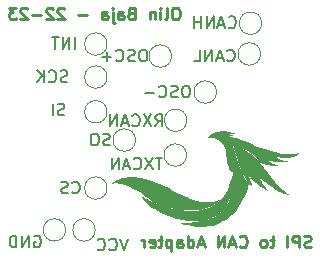
<source format=gbr>
%TF.GenerationSoftware,KiCad,Pcbnew,(6.0.7)*%
%TF.CreationDate,2023-01-30T20:46:25-05:00*%
%TF.ProjectId,SPItoCAN,53504974-6f43-4414-9e2e-6b696361645f,rev?*%
%TF.SameCoordinates,Original*%
%TF.FileFunction,Legend,Bot*%
%TF.FilePolarity,Positive*%
%FSLAX46Y46*%
G04 Gerber Fmt 4.6, Leading zero omitted, Abs format (unit mm)*
G04 Created by KiCad (PCBNEW (6.0.7)) date 2023-01-30 20:46:25*
%MOMM*%
%LPD*%
G01*
G04 APERTURE LIST*
%ADD10C,0.250000*%
%ADD11C,0.160000*%
%ADD12C,0.120000*%
G04 APERTURE END LIST*
D10*
X30852190Y-13676380D02*
X30661714Y-13676380D01*
X30566476Y-13724000D01*
X30471238Y-13819238D01*
X30423619Y-14009714D01*
X30423619Y-14343047D01*
X30471238Y-14533523D01*
X30566476Y-14628761D01*
X30661714Y-14676380D01*
X30852190Y-14676380D01*
X30947428Y-14628761D01*
X31042666Y-14533523D01*
X31090285Y-14343047D01*
X31090285Y-14009714D01*
X31042666Y-13819238D01*
X30947428Y-13724000D01*
X30852190Y-13676380D01*
X29852190Y-14676380D02*
X29947428Y-14628761D01*
X29995047Y-14533523D01*
X29995047Y-13676380D01*
X29471238Y-14676380D02*
X29471238Y-14009714D01*
X29471238Y-13676380D02*
X29518857Y-13724000D01*
X29471238Y-13771619D01*
X29423619Y-13724000D01*
X29471238Y-13676380D01*
X29471238Y-13771619D01*
X28995047Y-14009714D02*
X28995047Y-14676380D01*
X28995047Y-14104952D02*
X28947428Y-14057333D01*
X28852190Y-14009714D01*
X28709333Y-14009714D01*
X28614095Y-14057333D01*
X28566476Y-14152571D01*
X28566476Y-14676380D01*
X26995047Y-14152571D02*
X26852190Y-14200190D01*
X26804571Y-14247809D01*
X26756952Y-14343047D01*
X26756952Y-14485904D01*
X26804571Y-14581142D01*
X26852190Y-14628761D01*
X26947428Y-14676380D01*
X27328380Y-14676380D01*
X27328380Y-13676380D01*
X26995047Y-13676380D01*
X26899809Y-13724000D01*
X26852190Y-13771619D01*
X26804571Y-13866857D01*
X26804571Y-13962095D01*
X26852190Y-14057333D01*
X26899809Y-14104952D01*
X26995047Y-14152571D01*
X27328380Y-14152571D01*
X25899809Y-14676380D02*
X25899809Y-14152571D01*
X25947428Y-14057333D01*
X26042666Y-14009714D01*
X26233142Y-14009714D01*
X26328380Y-14057333D01*
X25899809Y-14628761D02*
X25995047Y-14676380D01*
X26233142Y-14676380D01*
X26328380Y-14628761D01*
X26376000Y-14533523D01*
X26376000Y-14438285D01*
X26328380Y-14343047D01*
X26233142Y-14295428D01*
X25995047Y-14295428D01*
X25899809Y-14247809D01*
X25423619Y-14009714D02*
X25423619Y-14866857D01*
X25471238Y-14962095D01*
X25566476Y-15009714D01*
X25614095Y-15009714D01*
X25423619Y-13676380D02*
X25471238Y-13724000D01*
X25423619Y-13771619D01*
X25376000Y-13724000D01*
X25423619Y-13676380D01*
X25423619Y-13771619D01*
X24518857Y-14676380D02*
X24518857Y-14152571D01*
X24566476Y-14057333D01*
X24661714Y-14009714D01*
X24852190Y-14009714D01*
X24947428Y-14057333D01*
X24518857Y-14628761D02*
X24614095Y-14676380D01*
X24852190Y-14676380D01*
X24947428Y-14628761D01*
X24995047Y-14533523D01*
X24995047Y-14438285D01*
X24947428Y-14343047D01*
X24852190Y-14295428D01*
X24614095Y-14295428D01*
X24518857Y-14247809D01*
X23280761Y-14295428D02*
X22518857Y-14295428D01*
X21328380Y-13771619D02*
X21280761Y-13724000D01*
X21185523Y-13676380D01*
X20947428Y-13676380D01*
X20852190Y-13724000D01*
X20804571Y-13771619D01*
X20756952Y-13866857D01*
X20756952Y-13962095D01*
X20804571Y-14104952D01*
X21376000Y-14676380D01*
X20756952Y-14676380D01*
X20376000Y-13771619D02*
X20328380Y-13724000D01*
X20233142Y-13676380D01*
X19995047Y-13676380D01*
X19899809Y-13724000D01*
X19852190Y-13771619D01*
X19804571Y-13866857D01*
X19804571Y-13962095D01*
X19852190Y-14104952D01*
X20423619Y-14676380D01*
X19804571Y-14676380D01*
X19376000Y-14295428D02*
X18614095Y-14295428D01*
X18185523Y-13771619D02*
X18137904Y-13724000D01*
X18042666Y-13676380D01*
X17804571Y-13676380D01*
X17709333Y-13724000D01*
X17661714Y-13771619D01*
X17614095Y-13866857D01*
X17614095Y-13962095D01*
X17661714Y-14104952D01*
X18233142Y-14676380D01*
X17614095Y-14676380D01*
X17280761Y-13676380D02*
X16661714Y-13676380D01*
X16995047Y-14057333D01*
X16852190Y-14057333D01*
X16756952Y-14104952D01*
X16709333Y-14152571D01*
X16661714Y-14247809D01*
X16661714Y-14485904D01*
X16709333Y-14581142D01*
X16756952Y-14628761D01*
X16852190Y-14676380D01*
X17137904Y-14676380D01*
X17233142Y-14628761D01*
X17280761Y-14581142D01*
X42218666Y-33932761D02*
X42075809Y-33980380D01*
X41837714Y-33980380D01*
X41742476Y-33932761D01*
X41694857Y-33885142D01*
X41647238Y-33789904D01*
X41647238Y-33694666D01*
X41694857Y-33599428D01*
X41742476Y-33551809D01*
X41837714Y-33504190D01*
X42028190Y-33456571D01*
X42123428Y-33408952D01*
X42171047Y-33361333D01*
X42218666Y-33266095D01*
X42218666Y-33170857D01*
X42171047Y-33075619D01*
X42123428Y-33028000D01*
X42028190Y-32980380D01*
X41790095Y-32980380D01*
X41647238Y-33028000D01*
X41218666Y-33980380D02*
X41218666Y-32980380D01*
X40837714Y-32980380D01*
X40742476Y-33028000D01*
X40694857Y-33075619D01*
X40647238Y-33170857D01*
X40647238Y-33313714D01*
X40694857Y-33408952D01*
X40742476Y-33456571D01*
X40837714Y-33504190D01*
X41218666Y-33504190D01*
X40218666Y-33980380D02*
X40218666Y-32980380D01*
X39123428Y-33313714D02*
X38742476Y-33313714D01*
X38980571Y-32980380D02*
X38980571Y-33837523D01*
X38932952Y-33932761D01*
X38837714Y-33980380D01*
X38742476Y-33980380D01*
X38266285Y-33980380D02*
X38361523Y-33932761D01*
X38409142Y-33885142D01*
X38456761Y-33789904D01*
X38456761Y-33504190D01*
X38409142Y-33408952D01*
X38361523Y-33361333D01*
X38266285Y-33313714D01*
X38123428Y-33313714D01*
X38028190Y-33361333D01*
X37980571Y-33408952D01*
X37932952Y-33504190D01*
X37932952Y-33789904D01*
X37980571Y-33885142D01*
X38028190Y-33932761D01*
X38123428Y-33980380D01*
X38266285Y-33980380D01*
X36171047Y-33885142D02*
X36218666Y-33932761D01*
X36361523Y-33980380D01*
X36456761Y-33980380D01*
X36599619Y-33932761D01*
X36694857Y-33837523D01*
X36742476Y-33742285D01*
X36790095Y-33551809D01*
X36790095Y-33408952D01*
X36742476Y-33218476D01*
X36694857Y-33123238D01*
X36599619Y-33028000D01*
X36456761Y-32980380D01*
X36361523Y-32980380D01*
X36218666Y-33028000D01*
X36171047Y-33075619D01*
X35790095Y-33694666D02*
X35313904Y-33694666D01*
X35885333Y-33980380D02*
X35552000Y-32980380D01*
X35218666Y-33980380D01*
X34885333Y-33980380D02*
X34885333Y-32980380D01*
X34313904Y-33980380D01*
X34313904Y-32980380D01*
X33123428Y-33694666D02*
X32647238Y-33694666D01*
X33218666Y-33980380D02*
X32885333Y-32980380D01*
X32552000Y-33980380D01*
X31790095Y-33980380D02*
X31790095Y-32980380D01*
X31790095Y-33932761D02*
X31885333Y-33980380D01*
X32075809Y-33980380D01*
X32171047Y-33932761D01*
X32218666Y-33885142D01*
X32266285Y-33789904D01*
X32266285Y-33504190D01*
X32218666Y-33408952D01*
X32171047Y-33361333D01*
X32075809Y-33313714D01*
X31885333Y-33313714D01*
X31790095Y-33361333D01*
X30885333Y-33980380D02*
X30885333Y-33456571D01*
X30932952Y-33361333D01*
X31028190Y-33313714D01*
X31218666Y-33313714D01*
X31313904Y-33361333D01*
X30885333Y-33932761D02*
X30980571Y-33980380D01*
X31218666Y-33980380D01*
X31313904Y-33932761D01*
X31361523Y-33837523D01*
X31361523Y-33742285D01*
X31313904Y-33647047D01*
X31218666Y-33599428D01*
X30980571Y-33599428D01*
X30885333Y-33551809D01*
X30409142Y-33313714D02*
X30409142Y-34313714D01*
X30409142Y-33361333D02*
X30313904Y-33313714D01*
X30123428Y-33313714D01*
X30028190Y-33361333D01*
X29980571Y-33408952D01*
X29932952Y-33504190D01*
X29932952Y-33789904D01*
X29980571Y-33885142D01*
X30028190Y-33932761D01*
X30123428Y-33980380D01*
X30313904Y-33980380D01*
X30409142Y-33932761D01*
X29647238Y-33313714D02*
X29266285Y-33313714D01*
X29504380Y-32980380D02*
X29504380Y-33837523D01*
X29456761Y-33932761D01*
X29361523Y-33980380D01*
X29266285Y-33980380D01*
X28552000Y-33932761D02*
X28647238Y-33980380D01*
X28837714Y-33980380D01*
X28932952Y-33932761D01*
X28980571Y-33837523D01*
X28980571Y-33456571D01*
X28932952Y-33361333D01*
X28837714Y-33313714D01*
X28647238Y-33313714D01*
X28552000Y-33361333D01*
X28504380Y-33456571D01*
X28504380Y-33551809D01*
X28980571Y-33647047D01*
X28075809Y-33980380D02*
X28075809Y-33313714D01*
X28075809Y-33504190D02*
X28028190Y-33408952D01*
X27980571Y-33361333D01*
X27885333Y-33313714D01*
X27790095Y-33313714D01*
D11*
%TO.C,CANL*%
X35134419Y-18137142D02*
X35182038Y-18184761D01*
X35324895Y-18232380D01*
X35420133Y-18232380D01*
X35562990Y-18184761D01*
X35658228Y-18089523D01*
X35705847Y-17994285D01*
X35753466Y-17803809D01*
X35753466Y-17660952D01*
X35705847Y-17470476D01*
X35658228Y-17375238D01*
X35562990Y-17280000D01*
X35420133Y-17232380D01*
X35324895Y-17232380D01*
X35182038Y-17280000D01*
X35134419Y-17327619D01*
X34753466Y-17946666D02*
X34277276Y-17946666D01*
X34848704Y-18232380D02*
X34515371Y-17232380D01*
X34182038Y-18232380D01*
X33848704Y-18232380D02*
X33848704Y-17232380D01*
X33277276Y-18232380D01*
X33277276Y-17232380D01*
X32324895Y-18232380D02*
X32801085Y-18232380D01*
X32801085Y-17232380D01*
%TO.C,SCK*%
X21605714Y-19952561D02*
X21462857Y-20000180D01*
X21224761Y-20000180D01*
X21129523Y-19952561D01*
X21081904Y-19904942D01*
X21034285Y-19809704D01*
X21034285Y-19714466D01*
X21081904Y-19619228D01*
X21129523Y-19571609D01*
X21224761Y-19523990D01*
X21415238Y-19476371D01*
X21510476Y-19428752D01*
X21558095Y-19381133D01*
X21605714Y-19285895D01*
X21605714Y-19190657D01*
X21558095Y-19095419D01*
X21510476Y-19047800D01*
X21415238Y-19000180D01*
X21177142Y-19000180D01*
X21034285Y-19047800D01*
X20034285Y-19904942D02*
X20081904Y-19952561D01*
X20224761Y-20000180D01*
X20320000Y-20000180D01*
X20462857Y-19952561D01*
X20558095Y-19857323D01*
X20605714Y-19762085D01*
X20653333Y-19571609D01*
X20653333Y-19428752D01*
X20605714Y-19238276D01*
X20558095Y-19143038D01*
X20462857Y-19047800D01*
X20320000Y-19000180D01*
X20224761Y-19000180D01*
X20081904Y-19047800D01*
X20034285Y-19095419D01*
X19605714Y-20000180D02*
X19605714Y-19000180D01*
X19034285Y-20000180D02*
X19462857Y-19428752D01*
X19034285Y-19000180D02*
X19605714Y-19571609D01*
%TO.C,TXCAN*%
X29646285Y-26376380D02*
X29074857Y-26376380D01*
X29360571Y-27376380D02*
X29360571Y-26376380D01*
X28836761Y-26376380D02*
X28170095Y-27376380D01*
X28170095Y-26376380D02*
X28836761Y-27376380D01*
X27217714Y-27281142D02*
X27265333Y-27328761D01*
X27408190Y-27376380D01*
X27503428Y-27376380D01*
X27646285Y-27328761D01*
X27741523Y-27233523D01*
X27789142Y-27138285D01*
X27836761Y-26947809D01*
X27836761Y-26804952D01*
X27789142Y-26614476D01*
X27741523Y-26519238D01*
X27646285Y-26424000D01*
X27503428Y-26376380D01*
X27408190Y-26376380D01*
X27265333Y-26424000D01*
X27217714Y-26471619D01*
X26836761Y-27090666D02*
X26360571Y-27090666D01*
X26932000Y-27376380D02*
X26598666Y-26376380D01*
X26265333Y-27376380D01*
X25932000Y-27376380D02*
X25932000Y-26376380D01*
X25360571Y-27376380D01*
X25360571Y-26376380D01*
%TO.C,VCC*%
X26733333Y-33234380D02*
X26400000Y-34234380D01*
X26066666Y-33234380D01*
X25161904Y-34139142D02*
X25209523Y-34186761D01*
X25352380Y-34234380D01*
X25447619Y-34234380D01*
X25590476Y-34186761D01*
X25685714Y-34091523D01*
X25733333Y-33996285D01*
X25780952Y-33805809D01*
X25780952Y-33662952D01*
X25733333Y-33472476D01*
X25685714Y-33377238D01*
X25590476Y-33282000D01*
X25447619Y-33234380D01*
X25352380Y-33234380D01*
X25209523Y-33282000D01*
X25161904Y-33329619D01*
X24161904Y-34139142D02*
X24209523Y-34186761D01*
X24352380Y-34234380D01*
X24447619Y-34234380D01*
X24590476Y-34186761D01*
X24685714Y-34091523D01*
X24733333Y-33996285D01*
X24780952Y-33805809D01*
X24780952Y-33662952D01*
X24733333Y-33472476D01*
X24685714Y-33377238D01*
X24590476Y-33282000D01*
X24447619Y-33234380D01*
X24352380Y-33234380D01*
X24209523Y-33282000D01*
X24161904Y-33329619D01*
%TO.C,OSC+*%
X28106476Y-17232380D02*
X27916000Y-17232380D01*
X27820761Y-17280000D01*
X27725523Y-17375238D01*
X27677904Y-17565714D01*
X27677904Y-17899047D01*
X27725523Y-18089523D01*
X27820761Y-18184761D01*
X27916000Y-18232380D01*
X28106476Y-18232380D01*
X28201714Y-18184761D01*
X28296952Y-18089523D01*
X28344571Y-17899047D01*
X28344571Y-17565714D01*
X28296952Y-17375238D01*
X28201714Y-17280000D01*
X28106476Y-17232380D01*
X27296952Y-18184761D02*
X27154095Y-18232380D01*
X26916000Y-18232380D01*
X26820761Y-18184761D01*
X26773142Y-18137142D01*
X26725523Y-18041904D01*
X26725523Y-17946666D01*
X26773142Y-17851428D01*
X26820761Y-17803809D01*
X26916000Y-17756190D01*
X27106476Y-17708571D01*
X27201714Y-17660952D01*
X27249333Y-17613333D01*
X27296952Y-17518095D01*
X27296952Y-17422857D01*
X27249333Y-17327619D01*
X27201714Y-17280000D01*
X27106476Y-17232380D01*
X26868380Y-17232380D01*
X26725523Y-17280000D01*
X25725523Y-18137142D02*
X25773142Y-18184761D01*
X25916000Y-18232380D01*
X26011238Y-18232380D01*
X26154095Y-18184761D01*
X26249333Y-18089523D01*
X26296952Y-17994285D01*
X26344571Y-17803809D01*
X26344571Y-17660952D01*
X26296952Y-17470476D01*
X26249333Y-17375238D01*
X26154095Y-17280000D01*
X26011238Y-17232380D01*
X25916000Y-17232380D01*
X25773142Y-17280000D01*
X25725523Y-17327619D01*
X25296952Y-17851428D02*
X24535047Y-17851428D01*
X24916000Y-18232380D02*
X24916000Y-17470476D01*
%TO.C,CS*%
X22010666Y-29313142D02*
X22058285Y-29360761D01*
X22201142Y-29408380D01*
X22296380Y-29408380D01*
X22439238Y-29360761D01*
X22534476Y-29265523D01*
X22582095Y-29170285D01*
X22629714Y-28979809D01*
X22629714Y-28836952D01*
X22582095Y-28646476D01*
X22534476Y-28551238D01*
X22439238Y-28456000D01*
X22296380Y-28408380D01*
X22201142Y-28408380D01*
X22058285Y-28456000D01*
X22010666Y-28503619D01*
X21629714Y-29360761D02*
X21486857Y-29408380D01*
X21248761Y-29408380D01*
X21153523Y-29360761D01*
X21105904Y-29313142D01*
X21058285Y-29217904D01*
X21058285Y-29122666D01*
X21105904Y-29027428D01*
X21153523Y-28979809D01*
X21248761Y-28932190D01*
X21439238Y-28884571D01*
X21534476Y-28836952D01*
X21582095Y-28789333D01*
X21629714Y-28694095D01*
X21629714Y-28598857D01*
X21582095Y-28503619D01*
X21534476Y-28456000D01*
X21439238Y-28408380D01*
X21201142Y-28408380D01*
X21058285Y-28456000D01*
%TO.C,SO*%
X25193523Y-25296761D02*
X25050666Y-25344380D01*
X24812571Y-25344380D01*
X24717333Y-25296761D01*
X24669714Y-25249142D01*
X24622095Y-25153904D01*
X24622095Y-25058666D01*
X24669714Y-24963428D01*
X24717333Y-24915809D01*
X24812571Y-24868190D01*
X25003047Y-24820571D01*
X25098285Y-24772952D01*
X25145904Y-24725333D01*
X25193523Y-24630095D01*
X25193523Y-24534857D01*
X25145904Y-24439619D01*
X25098285Y-24392000D01*
X25003047Y-24344380D01*
X24764952Y-24344380D01*
X24622095Y-24392000D01*
X24003047Y-24344380D02*
X23812571Y-24344380D01*
X23717333Y-24392000D01*
X23622095Y-24487238D01*
X23574476Y-24677714D01*
X23574476Y-25011047D01*
X23622095Y-25201523D01*
X23717333Y-25296761D01*
X23812571Y-25344380D01*
X24003047Y-25344380D01*
X24098285Y-25296761D01*
X24193523Y-25201523D01*
X24241142Y-25011047D01*
X24241142Y-24677714D01*
X24193523Y-24487238D01*
X24098285Y-24392000D01*
X24003047Y-24344380D01*
%TO.C,SI*%
X21351809Y-22756761D02*
X21208952Y-22804380D01*
X20970857Y-22804380D01*
X20875619Y-22756761D01*
X20828000Y-22709142D01*
X20780380Y-22613904D01*
X20780380Y-22518666D01*
X20828000Y-22423428D01*
X20875619Y-22375809D01*
X20970857Y-22328190D01*
X21161333Y-22280571D01*
X21256571Y-22232952D01*
X21304190Y-22185333D01*
X21351809Y-22090095D01*
X21351809Y-21994857D01*
X21304190Y-21899619D01*
X21256571Y-21852000D01*
X21161333Y-21804380D01*
X20923238Y-21804380D01*
X20780380Y-21852000D01*
X20351809Y-22804380D02*
X20351809Y-21804380D01*
%TO.C,OSC-*%
X31738676Y-20280380D02*
X31548200Y-20280380D01*
X31452961Y-20328000D01*
X31357723Y-20423238D01*
X31310104Y-20613714D01*
X31310104Y-20947047D01*
X31357723Y-21137523D01*
X31452961Y-21232761D01*
X31548200Y-21280380D01*
X31738676Y-21280380D01*
X31833914Y-21232761D01*
X31929152Y-21137523D01*
X31976771Y-20947047D01*
X31976771Y-20613714D01*
X31929152Y-20423238D01*
X31833914Y-20328000D01*
X31738676Y-20280380D01*
X30929152Y-21232761D02*
X30786295Y-21280380D01*
X30548200Y-21280380D01*
X30452961Y-21232761D01*
X30405342Y-21185142D01*
X30357723Y-21089904D01*
X30357723Y-20994666D01*
X30405342Y-20899428D01*
X30452961Y-20851809D01*
X30548200Y-20804190D01*
X30738676Y-20756571D01*
X30833914Y-20708952D01*
X30881533Y-20661333D01*
X30929152Y-20566095D01*
X30929152Y-20470857D01*
X30881533Y-20375619D01*
X30833914Y-20328000D01*
X30738676Y-20280380D01*
X30500580Y-20280380D01*
X30357723Y-20328000D01*
X29357723Y-21185142D02*
X29405342Y-21232761D01*
X29548200Y-21280380D01*
X29643438Y-21280380D01*
X29786295Y-21232761D01*
X29881533Y-21137523D01*
X29929152Y-21042285D01*
X29976771Y-20851809D01*
X29976771Y-20708952D01*
X29929152Y-20518476D01*
X29881533Y-20423238D01*
X29786295Y-20328000D01*
X29643438Y-20280380D01*
X29548200Y-20280380D01*
X29405342Y-20328000D01*
X29357723Y-20375619D01*
X28929152Y-20899428D02*
X28167247Y-20899428D01*
%TO.C,CANH*%
X35253466Y-15317742D02*
X35301085Y-15365361D01*
X35443942Y-15412980D01*
X35539180Y-15412980D01*
X35682038Y-15365361D01*
X35777276Y-15270123D01*
X35824895Y-15174885D01*
X35872514Y-14984409D01*
X35872514Y-14841552D01*
X35824895Y-14651076D01*
X35777276Y-14555838D01*
X35682038Y-14460600D01*
X35539180Y-14412980D01*
X35443942Y-14412980D01*
X35301085Y-14460600D01*
X35253466Y-14508219D01*
X34872514Y-15127266D02*
X34396323Y-15127266D01*
X34967752Y-15412980D02*
X34634419Y-14412980D01*
X34301085Y-15412980D01*
X33967752Y-15412980D02*
X33967752Y-14412980D01*
X33396323Y-15412980D01*
X33396323Y-14412980D01*
X32920133Y-15412980D02*
X32920133Y-14412980D01*
X32920133Y-14889171D02*
X32348704Y-14889171D01*
X32348704Y-15412980D02*
X32348704Y-14412980D01*
%TO.C,RXCAN*%
X29051047Y-23718780D02*
X29384380Y-23242590D01*
X29622476Y-23718780D02*
X29622476Y-22718780D01*
X29241523Y-22718780D01*
X29146285Y-22766400D01*
X29098666Y-22814019D01*
X29051047Y-22909257D01*
X29051047Y-23052114D01*
X29098666Y-23147352D01*
X29146285Y-23194971D01*
X29241523Y-23242590D01*
X29622476Y-23242590D01*
X28717714Y-22718780D02*
X28051047Y-23718780D01*
X28051047Y-22718780D02*
X28717714Y-23718780D01*
X27098666Y-23623542D02*
X27146285Y-23671161D01*
X27289142Y-23718780D01*
X27384380Y-23718780D01*
X27527238Y-23671161D01*
X27622476Y-23575923D01*
X27670095Y-23480685D01*
X27717714Y-23290209D01*
X27717714Y-23147352D01*
X27670095Y-22956876D01*
X27622476Y-22861638D01*
X27527238Y-22766400D01*
X27384380Y-22718780D01*
X27289142Y-22718780D01*
X27146285Y-22766400D01*
X27098666Y-22814019D01*
X26717714Y-23433066D02*
X26241523Y-23433066D01*
X26812952Y-23718780D02*
X26479619Y-22718780D01*
X26146285Y-23718780D01*
X25812952Y-23718780D02*
X25812952Y-22718780D01*
X25241523Y-23718780D01*
X25241523Y-22718780D01*
%TO.C,INT*%
X22240761Y-17166180D02*
X22240761Y-16166180D01*
X21764571Y-17166180D02*
X21764571Y-16166180D01*
X21193142Y-17166180D01*
X21193142Y-16166180D01*
X20859809Y-16166180D02*
X20288380Y-16166180D01*
X20574095Y-17166180D02*
X20574095Y-16166180D01*
%TO.C,GND*%
X18795904Y-33028000D02*
X18891142Y-32980380D01*
X19034000Y-32980380D01*
X19176857Y-33028000D01*
X19272095Y-33123238D01*
X19319714Y-33218476D01*
X19367333Y-33408952D01*
X19367333Y-33551809D01*
X19319714Y-33742285D01*
X19272095Y-33837523D01*
X19176857Y-33932761D01*
X19034000Y-33980380D01*
X18938761Y-33980380D01*
X18795904Y-33932761D01*
X18748285Y-33885142D01*
X18748285Y-33551809D01*
X18938761Y-33551809D01*
X18319714Y-33980380D02*
X18319714Y-32980380D01*
X17748285Y-33980380D01*
X17748285Y-32980380D01*
X17272095Y-33980380D02*
X17272095Y-32980380D01*
X17034000Y-32980380D01*
X16891142Y-33028000D01*
X16795904Y-33123238D01*
X16748285Y-33218476D01*
X16700666Y-33408952D01*
X16700666Y-33551809D01*
X16748285Y-33742285D01*
X16795904Y-33837523D01*
X16891142Y-33932761D01*
X17034000Y-33980380D01*
X17272095Y-33980380D01*
D12*
%TO.C,CANL*%
X37950000Y-17600000D02*
G75*
G03*
X37950000Y-17600000I-950000J0D01*
G01*
%TO.C,SCK*%
X24950000Y-19558000D02*
G75*
G03*
X24950000Y-19558000I-950000J0D01*
G01*
%TO.C,TXCAN*%
X31684000Y-26162000D02*
G75*
G03*
X31684000Y-26162000I-950000J0D01*
G01*
%TO.C,G\u002A\u002A\u002A*%
G36*
X34811278Y-24151990D02*
G01*
X34946513Y-24156370D01*
X35070102Y-24166375D01*
X35192844Y-24183043D01*
X35325536Y-24207410D01*
X35366751Y-24216081D01*
X35446994Y-24234666D01*
X35526563Y-24255032D01*
X35602196Y-24276120D01*
X35670631Y-24296870D01*
X35728607Y-24316223D01*
X35772861Y-24333120D01*
X35800132Y-24346500D01*
X35807157Y-24355306D01*
X35790675Y-24358476D01*
X35782519Y-24358758D01*
X35743820Y-24362302D01*
X35687788Y-24369074D01*
X35621711Y-24378023D01*
X35552881Y-24388094D01*
X35488588Y-24398235D01*
X35436122Y-24407393D01*
X35402774Y-24414513D01*
X35371609Y-24425081D01*
X35359935Y-24436283D01*
X35373497Y-24447382D01*
X35413066Y-24458950D01*
X35479412Y-24471561D01*
X35493661Y-24474055D01*
X35541408Y-24484401D01*
X35574857Y-24494802D01*
X35587490Y-24503343D01*
X35583559Y-24507934D01*
X35558934Y-24520426D01*
X35516710Y-24536373D01*
X35462713Y-24553435D01*
X35392260Y-24574082D01*
X35344160Y-24588916D01*
X35315080Y-24599418D01*
X35301248Y-24607197D01*
X35298891Y-24613862D01*
X35304239Y-24621022D01*
X35304564Y-24621300D01*
X35323418Y-24627339D01*
X35364915Y-24635863D01*
X35424584Y-24646102D01*
X35497952Y-24657285D01*
X35580549Y-24668641D01*
X35659348Y-24679253D01*
X35748366Y-24691970D01*
X35829743Y-24704325D01*
X35896899Y-24715314D01*
X35943251Y-24723934D01*
X36163014Y-24775808D01*
X36407117Y-24847455D01*
X36636267Y-24930139D01*
X36846526Y-25022422D01*
X37033959Y-25122864D01*
X37052836Y-25134021D01*
X37259425Y-25246726D01*
X37491227Y-25357497D01*
X37746087Y-25465468D01*
X38021854Y-25569772D01*
X38316374Y-25669545D01*
X38627495Y-25763919D01*
X38847205Y-25825016D01*
X39179347Y-25909313D01*
X39490835Y-25977861D01*
X39782764Y-26030851D01*
X40056230Y-26068473D01*
X40312328Y-26090917D01*
X40552155Y-26098373D01*
X40608415Y-26098024D01*
X40755865Y-26092656D01*
X40882260Y-26080033D01*
X40991985Y-26059163D01*
X41089431Y-26029053D01*
X41178984Y-25988712D01*
X41265034Y-25937147D01*
X41355250Y-25876650D01*
X41317198Y-25928128D01*
X41242013Y-26017193D01*
X41121807Y-26123441D01*
X40981275Y-26213416D01*
X40821776Y-26286788D01*
X40644671Y-26343225D01*
X40451319Y-26382397D01*
X40243081Y-26403973D01*
X40021315Y-26407622D01*
X39787382Y-26393013D01*
X39542642Y-26359816D01*
X39485196Y-26350524D01*
X39432593Y-26343107D01*
X39395832Y-26339189D01*
X39380567Y-26339479D01*
X39383092Y-26347479D01*
X39400216Y-26370398D01*
X39428608Y-26401709D01*
X39467323Y-26434934D01*
X39536296Y-26479504D01*
X39620432Y-26522830D01*
X39712964Y-26561508D01*
X39807125Y-26592135D01*
X39808350Y-26592470D01*
X39869593Y-26607603D01*
X39944305Y-26623664D01*
X40025761Y-26639465D01*
X40107234Y-26653821D01*
X40181998Y-26665544D01*
X40243324Y-26673448D01*
X40284488Y-26676347D01*
X40301244Y-26676870D01*
X40326636Y-26682414D01*
X40327195Y-26692360D01*
X40304211Y-26704644D01*
X40258972Y-26717201D01*
X40179782Y-26732879D01*
X40097304Y-26745699D01*
X40011827Y-26754774D01*
X39917217Y-26760602D01*
X39807338Y-26763679D01*
X39676055Y-26764504D01*
X39640286Y-26764352D01*
X39390941Y-26755830D01*
X39153146Y-26733325D01*
X38916072Y-26695508D01*
X38668885Y-26641052D01*
X38627495Y-26630824D01*
X38655021Y-26661858D01*
X38657657Y-26664726D01*
X38692658Y-26695380D01*
X38745418Y-26734000D01*
X38809754Y-26776633D01*
X38879483Y-26819326D01*
X38948422Y-26858125D01*
X39010388Y-26889077D01*
X39014391Y-26890892D01*
X39125672Y-26936166D01*
X39252881Y-26979708D01*
X39384870Y-27017987D01*
X39510493Y-27047473D01*
X39520866Y-27049564D01*
X39574616Y-27060692D01*
X39604569Y-27068173D01*
X39613568Y-27073477D01*
X39604459Y-27078075D01*
X39580086Y-27083436D01*
X39575927Y-27084175D01*
X39534882Y-27087601D01*
X39472346Y-27088967D01*
X39393511Y-27088463D01*
X39303568Y-27086284D01*
X39207708Y-27082623D01*
X39111124Y-27077672D01*
X39019007Y-27071624D01*
X38936548Y-27064672D01*
X38868940Y-27057009D01*
X38864132Y-27056352D01*
X38693722Y-27029681D01*
X38530589Y-26997749D01*
X38378797Y-26961615D01*
X38242409Y-26922340D01*
X38125489Y-26880985D01*
X38032098Y-26838611D01*
X38023660Y-26834058D01*
X37991684Y-26814694D01*
X37960731Y-26791298D01*
X37927192Y-26760335D01*
X37887456Y-26718266D01*
X37837915Y-26661556D01*
X37774958Y-26586667D01*
X37719732Y-26521652D01*
X37636328Y-26429602D01*
X37551583Y-26344656D01*
X37459876Y-26261558D01*
X37355587Y-26175052D01*
X37233094Y-26079880D01*
X37105660Y-25988342D01*
X36899796Y-25857633D01*
X36678005Y-25734558D01*
X36446614Y-25622128D01*
X36211955Y-25523350D01*
X35980355Y-25441233D01*
X35758146Y-25378786D01*
X35741717Y-25374988D01*
X35692169Y-25365334D01*
X35655293Y-25360860D01*
X35638089Y-25362515D01*
X35637163Y-25371577D01*
X35642431Y-25405051D01*
X35654784Y-25460168D01*
X35673420Y-25534191D01*
X35697537Y-25624388D01*
X35726333Y-25728024D01*
X35759006Y-25842364D01*
X35794756Y-25964674D01*
X35832779Y-26092220D01*
X35872275Y-26222266D01*
X35912441Y-26352080D01*
X35952476Y-26478926D01*
X35991578Y-26600070D01*
X36028945Y-26712778D01*
X36063776Y-26814315D01*
X36120966Y-26974613D01*
X36231975Y-27268449D01*
X36341936Y-27536143D01*
X36451299Y-27778620D01*
X36560515Y-27996803D01*
X36670033Y-28191619D01*
X36780306Y-28363992D01*
X36891781Y-28514847D01*
X36966277Y-28608046D01*
X36924202Y-28759635D01*
X36877981Y-28917387D01*
X36762477Y-29255580D01*
X36627141Y-29586969D01*
X36473664Y-29908380D01*
X36303742Y-30216641D01*
X36119067Y-30508578D01*
X35921332Y-30781019D01*
X35712231Y-31030790D01*
X35530999Y-31219065D01*
X35292818Y-31432274D01*
X35041583Y-31621239D01*
X34777672Y-31785773D01*
X34501462Y-31925688D01*
X34213334Y-32040796D01*
X33913664Y-32130911D01*
X33602832Y-32195844D01*
X33281216Y-32235408D01*
X33252630Y-32237615D01*
X33001666Y-32246322D01*
X32734284Y-32237867D01*
X32454646Y-32212830D01*
X32166913Y-32171792D01*
X31875246Y-32115335D01*
X31583808Y-32044037D01*
X31296759Y-31958481D01*
X31112791Y-31898454D01*
X31524407Y-31898050D01*
X31549264Y-31898012D01*
X31691466Y-31897023D01*
X31813422Y-31894314D01*
X31921454Y-31889288D01*
X32021887Y-31881349D01*
X32121044Y-31869901D01*
X32225250Y-31854348D01*
X32340827Y-31834095D01*
X32474100Y-31808545D01*
X32518956Y-31800439D01*
X32603747Y-31787458D01*
X32694390Y-31775763D01*
X32777631Y-31767162D01*
X32882261Y-31757342D01*
X33019011Y-31740904D01*
X33143589Y-31720453D01*
X33263364Y-31694316D01*
X33385701Y-31660820D01*
X33517967Y-31618291D01*
X33667527Y-31565058D01*
X33825782Y-31502376D01*
X34065643Y-31387712D01*
X34286224Y-31255843D01*
X34490066Y-31105184D01*
X34679710Y-30934151D01*
X34801595Y-30805033D01*
X34972714Y-30591330D01*
X35127077Y-30356794D01*
X35264389Y-30102305D01*
X35384353Y-29828742D01*
X35486673Y-29536984D01*
X35571054Y-29227910D01*
X35637199Y-28902400D01*
X35684812Y-28561331D01*
X35713597Y-28205584D01*
X35723258Y-27836037D01*
X35722919Y-27770650D01*
X35721014Y-27659959D01*
X35717646Y-27548534D01*
X35713060Y-27441096D01*
X35707501Y-27342365D01*
X35701214Y-27257064D01*
X35694444Y-27189913D01*
X35687436Y-27145635D01*
X35686793Y-27142871D01*
X35679885Y-27124611D01*
X35672348Y-27126654D01*
X35663797Y-27150435D01*
X35653848Y-27197389D01*
X35642117Y-27268949D01*
X35628219Y-27366550D01*
X35622336Y-27410021D01*
X35613123Y-27479060D01*
X35605751Y-27535537D01*
X35600859Y-27574526D01*
X35599086Y-27591103D01*
X35592266Y-27595372D01*
X35569026Y-27585979D01*
X35533737Y-27563690D01*
X35491030Y-27531485D01*
X35445540Y-27492344D01*
X35388201Y-27432227D01*
X35310450Y-27321214D01*
X35243102Y-27185542D01*
X35186109Y-27025040D01*
X35139424Y-26839541D01*
X35102999Y-26628875D01*
X35076786Y-26392875D01*
X35060737Y-26131371D01*
X35058891Y-26086633D01*
X35054222Y-25988989D01*
X35049201Y-25911757D01*
X35043267Y-25849772D01*
X35035861Y-25797872D01*
X35026424Y-25750893D01*
X35014396Y-25703669D01*
X34964021Y-25550715D01*
X34890577Y-25394285D01*
X34797767Y-25253056D01*
X34683117Y-25122691D01*
X34642392Y-25083625D01*
X34505045Y-24973364D01*
X34352589Y-24881877D01*
X34183538Y-24808596D01*
X33996407Y-24752951D01*
X33789712Y-24714370D01*
X33561967Y-24692286D01*
X33398844Y-24682702D01*
X33479937Y-24602956D01*
X33563262Y-24529156D01*
X33692954Y-24436108D01*
X33837971Y-24352328D01*
X33991374Y-24281720D01*
X34146223Y-24228185D01*
X34265502Y-24197906D01*
X34413892Y-24171436D01*
X34570422Y-24156376D01*
X34744044Y-24151579D01*
X34811278Y-24151990D01*
G37*
G36*
X35714101Y-25393487D02*
G01*
X35756043Y-25402885D01*
X35819836Y-25419120D01*
X35869306Y-25432431D01*
X36097127Y-25505275D01*
X36330172Y-25597389D01*
X36563755Y-25706135D01*
X36793189Y-25828876D01*
X37013788Y-25962976D01*
X37220865Y-26105797D01*
X37409733Y-26254703D01*
X37575707Y-26407057D01*
X37635031Y-26468943D01*
X37718578Y-26561789D01*
X37812886Y-26671562D01*
X37915381Y-26795026D01*
X38023489Y-26928946D01*
X38134637Y-27070085D01*
X38246250Y-27215209D01*
X38355755Y-27361081D01*
X38460577Y-27504465D01*
X38558144Y-27642126D01*
X38575496Y-27666878D01*
X38646079Y-27764901D01*
X38725581Y-27871944D01*
X38809112Y-27981639D01*
X38891783Y-28087621D01*
X38968706Y-28183525D01*
X39034990Y-28262985D01*
X39056410Y-28287802D01*
X39199901Y-28448178D01*
X39354988Y-28612443D01*
X39517709Y-28776842D01*
X39684106Y-28937621D01*
X39850220Y-29091024D01*
X40012090Y-29233298D01*
X40165757Y-29360687D01*
X40307261Y-29469436D01*
X40322685Y-29480858D01*
X40362363Y-29511621D01*
X40390011Y-29535146D01*
X40400390Y-29547068D01*
X40388989Y-29550813D01*
X40355475Y-29547053D01*
X40303985Y-29536549D01*
X40238675Y-29520396D01*
X40163705Y-29499687D01*
X40083231Y-29475520D01*
X40001413Y-29448988D01*
X39922408Y-29421187D01*
X39847016Y-29392600D01*
X39533370Y-29255851D01*
X39225420Y-29092672D01*
X38924131Y-28903707D01*
X38630468Y-28689596D01*
X38345396Y-28450983D01*
X38069881Y-28188510D01*
X38065152Y-28183718D01*
X38007848Y-28126183D01*
X37957620Y-28076690D01*
X37917513Y-28038168D01*
X37890575Y-28013548D01*
X37879851Y-28005758D01*
X37879842Y-28005767D01*
X37882337Y-28020842D01*
X37895263Y-28056311D01*
X37916723Y-28107895D01*
X37944822Y-28171315D01*
X37977663Y-28242292D01*
X38013352Y-28316545D01*
X38049991Y-28389797D01*
X38108004Y-28498195D01*
X38246793Y-28722602D01*
X38398810Y-28923797D01*
X38563479Y-29100981D01*
X38595663Y-29132992D01*
X38630316Y-29170227D01*
X38652223Y-29197382D01*
X38657639Y-29210117D01*
X38643055Y-29213766D01*
X38606060Y-29206067D01*
X38547571Y-29184553D01*
X38466936Y-29148980D01*
X38363507Y-29099101D01*
X38285696Y-29059310D01*
X38022651Y-28905915D01*
X37779180Y-28733108D01*
X37555354Y-28540955D01*
X37351245Y-28329522D01*
X37166923Y-28098875D01*
X37002461Y-27849079D01*
X36949034Y-27759400D01*
X36958692Y-27821485D01*
X36970282Y-27883542D01*
X36995406Y-27988304D01*
X37028823Y-28107064D01*
X37068414Y-28233436D01*
X37112058Y-28361033D01*
X37157637Y-28483471D01*
X37203030Y-28594364D01*
X37246117Y-28687325D01*
X37252936Y-28700935D01*
X37274924Y-28745904D01*
X37290307Y-28779069D01*
X37296099Y-28794051D01*
X37286879Y-28794814D01*
X37259876Y-28783419D01*
X37220372Y-28762354D01*
X37173699Y-28734647D01*
X37125190Y-28703328D01*
X37080176Y-28671423D01*
X37003339Y-28604645D01*
X36911314Y-28503077D01*
X36815565Y-28375433D01*
X36716514Y-28222327D01*
X36614580Y-28044372D01*
X36510186Y-27842181D01*
X36417853Y-27647372D01*
X36289701Y-27351182D01*
X36164677Y-27031091D01*
X36042314Y-26685886D01*
X35922145Y-26314354D01*
X35921160Y-26311173D01*
X35883525Y-26188106D01*
X35846459Y-26064225D01*
X35810798Y-25942552D01*
X35777378Y-25826107D01*
X35747037Y-25717912D01*
X35720609Y-25620989D01*
X35698933Y-25538358D01*
X35682845Y-25473042D01*
X35673180Y-25428062D01*
X35670777Y-25406440D01*
X35671629Y-25402256D01*
X35676669Y-25393579D01*
X35689235Y-25390521D01*
X35714101Y-25393487D01*
G37*
G36*
X27012467Y-28042246D02*
G01*
X27167124Y-28044178D01*
X27305262Y-28049974D01*
X27436933Y-28060414D01*
X27572190Y-28076279D01*
X27721085Y-28098350D01*
X27846103Y-28119764D01*
X28152309Y-28184107D01*
X28464255Y-28266534D01*
X28783469Y-28367626D01*
X29111479Y-28487966D01*
X29449815Y-28628137D01*
X29800005Y-28788721D01*
X30163578Y-28970301D01*
X30542063Y-29173460D01*
X30692432Y-29255965D01*
X30912070Y-29372957D01*
X31116566Y-29477070D01*
X31310276Y-29570378D01*
X31497552Y-29654957D01*
X31682750Y-29732880D01*
X31870223Y-29806222D01*
X31986078Y-29848952D01*
X32295226Y-29952601D01*
X32590052Y-30035846D01*
X32869866Y-30098546D01*
X33133979Y-30140559D01*
X33381700Y-30161746D01*
X33612340Y-30161965D01*
X33671248Y-30158688D01*
X33793372Y-30147444D01*
X33908326Y-30129443D01*
X34023931Y-30103024D01*
X34148010Y-30066524D01*
X34288386Y-30018279D01*
X34352403Y-29995481D01*
X34418806Y-29972695D01*
X34472227Y-29955326D01*
X34508368Y-29944764D01*
X34522932Y-29942399D01*
X34522710Y-29945991D01*
X34507912Y-29964949D01*
X34476074Y-29996779D01*
X34430389Y-30038604D01*
X34374049Y-30087548D01*
X34310247Y-30140736D01*
X34242175Y-30195293D01*
X34096890Y-30301573D01*
X33865942Y-30443311D01*
X33617892Y-30565723D01*
X33355409Y-30667538D01*
X33081161Y-30747487D01*
X33003050Y-30765000D01*
X32899059Y-30785282D01*
X32785029Y-30805165D01*
X32670100Y-30823146D01*
X32563410Y-30837720D01*
X32474100Y-30847383D01*
X32443534Y-30849544D01*
X32365198Y-30852746D01*
X32267673Y-30854587D01*
X32156516Y-30855138D01*
X32037280Y-30854468D01*
X31915521Y-30852648D01*
X31796794Y-30849748D01*
X31686654Y-30845838D01*
X31590656Y-30840988D01*
X31514355Y-30835268D01*
X31404381Y-30823797D01*
X31061951Y-30775842D01*
X30705938Y-30708497D01*
X30339941Y-30622659D01*
X29967560Y-30519226D01*
X29592394Y-30399093D01*
X29218043Y-30263158D01*
X29166346Y-30243221D01*
X29076471Y-30208072D01*
X29004647Y-30178558D01*
X28945666Y-30151864D01*
X28894320Y-30125175D01*
X28845399Y-30095676D01*
X28793695Y-30060552D01*
X28734000Y-30016989D01*
X28661105Y-29962171D01*
X28581769Y-29902556D01*
X28277497Y-29680613D01*
X27987659Y-29480406D01*
X27711056Y-29301306D01*
X27446491Y-29142682D01*
X27192765Y-29003903D01*
X26948679Y-28884338D01*
X26713035Y-28783358D01*
X26484634Y-28700332D01*
X26262278Y-28634628D01*
X26044768Y-28585617D01*
X26012925Y-28580372D01*
X25926853Y-28570883D01*
X25825364Y-28564340D01*
X25716737Y-28560933D01*
X25609250Y-28560854D01*
X25511181Y-28564293D01*
X25430808Y-28571442D01*
X25341129Y-28583267D01*
X25381825Y-28540218D01*
X25420118Y-28504822D01*
X25485294Y-28454801D01*
X25564807Y-28401318D01*
X25652569Y-28348422D01*
X25742494Y-28300167D01*
X25838699Y-28254807D01*
X26041067Y-28176891D01*
X26255664Y-28117197D01*
X26485028Y-28075204D01*
X26731698Y-28050390D01*
X26998214Y-28042235D01*
X27012467Y-28042246D01*
G37*
G36*
X35677578Y-27250040D02*
G01*
X35680847Y-27278704D01*
X35683910Y-27328394D01*
X35686689Y-27395440D01*
X35689107Y-27476169D01*
X35691086Y-27566909D01*
X35692549Y-27663987D01*
X35693419Y-27763731D01*
X35693619Y-27862468D01*
X35693071Y-27956527D01*
X35691698Y-28042235D01*
X35688390Y-28151364D01*
X35663528Y-28523756D01*
X35618005Y-28878267D01*
X35551725Y-29215321D01*
X35464595Y-29535342D01*
X35356520Y-29838754D01*
X35227405Y-30125981D01*
X35106042Y-30348171D01*
X34951697Y-30582408D01*
X34780888Y-30794678D01*
X34593123Y-30985425D01*
X34387914Y-31155091D01*
X34164770Y-31304121D01*
X33923202Y-31432957D01*
X33662721Y-31542043D01*
X33587023Y-31568997D01*
X33311829Y-31651469D01*
X33040532Y-31707900D01*
X32770751Y-31738814D01*
X32479216Y-31751418D01*
X32120171Y-31747576D01*
X31766813Y-31722658D01*
X31425539Y-31676956D01*
X31366920Y-31667001D01*
X31203363Y-31637809D01*
X31060138Y-31609604D01*
X30931873Y-31581046D01*
X30813197Y-31550796D01*
X30698737Y-31517515D01*
X30583123Y-31479865D01*
X30460982Y-31436505D01*
X30429417Y-31424874D01*
X30103862Y-31298615D01*
X29796814Y-31167819D01*
X29509280Y-31033092D01*
X29242269Y-30895043D01*
X28996788Y-30754278D01*
X28773845Y-30611404D01*
X28574448Y-30467029D01*
X28399605Y-30321759D01*
X28250325Y-30176203D01*
X28127615Y-30030966D01*
X28116816Y-30016375D01*
X28077471Y-29959589D01*
X28038023Y-29897879D01*
X28001061Y-29835877D01*
X27969178Y-29778215D01*
X27944965Y-29729525D01*
X27931012Y-29694438D01*
X27929913Y-29677586D01*
X27929929Y-29677570D01*
X27944505Y-29680814D01*
X27977913Y-29695614D01*
X28025199Y-29719592D01*
X28081411Y-29750367D01*
X28170092Y-29799876D01*
X28270866Y-29854969D01*
X28376189Y-29911574D01*
X28481293Y-29967189D01*
X28581408Y-30019310D01*
X28671767Y-30065435D01*
X28747599Y-30103060D01*
X28804138Y-30129684D01*
X28979773Y-30205374D01*
X29252067Y-30312050D01*
X29543001Y-30413844D01*
X29854796Y-30511479D01*
X30189671Y-30605676D01*
X30549846Y-30697156D01*
X30638517Y-30718252D01*
X30851852Y-30765424D01*
X31049468Y-30803044D01*
X31238354Y-30831954D01*
X31425500Y-30852995D01*
X31617896Y-30867008D01*
X31822532Y-30874835D01*
X32046397Y-30877318D01*
X32165068Y-30877140D01*
X32286027Y-30876122D01*
X32388533Y-30873871D01*
X32477565Y-30870013D01*
X32558103Y-30864173D01*
X32635127Y-30855977D01*
X32713615Y-30845050D01*
X32798547Y-30831018D01*
X32894904Y-30813507D01*
X32943918Y-30804008D01*
X33235921Y-30732365D01*
X33512529Y-30637907D01*
X33773611Y-30520799D01*
X34019036Y-30381200D01*
X34248675Y-30219274D01*
X34462395Y-30035182D01*
X34660066Y-29829086D01*
X34841558Y-29601147D01*
X35006739Y-29351527D01*
X35155479Y-29080389D01*
X35287646Y-28787894D01*
X35403111Y-28474204D01*
X35501742Y-28139480D01*
X35583408Y-27783885D01*
X35647979Y-27407580D01*
X35656859Y-27347939D01*
X35665171Y-27295458D01*
X35671493Y-27259182D01*
X35674907Y-27244671D01*
X35677578Y-27250040D01*
G37*
%TO.C,VCC*%
X23950000Y-32500000D02*
G75*
G03*
X23950000Y-32500000I-950000J0D01*
G01*
%TO.C,OSC+*%
X30414000Y-17780000D02*
G75*
G03*
X30414000Y-17780000I-950000J0D01*
G01*
%TO.C,CS*%
X24950000Y-28956000D02*
G75*
G03*
X24950000Y-28956000I-950000J0D01*
G01*
%TO.C,SO*%
X27366000Y-24892000D02*
G75*
G03*
X27366000Y-24892000I-950000J0D01*
G01*
%TO.C,SI*%
X24950000Y-22500000D02*
G75*
G03*
X24950000Y-22500000I-950000J0D01*
G01*
%TO.C,OSC-*%
X34224000Y-20828000D02*
G75*
G03*
X34224000Y-20828000I-950000J0D01*
G01*
%TO.C,CANH*%
X38050000Y-15000000D02*
G75*
G03*
X38050000Y-15000000I-950000J0D01*
G01*
%TO.C,RXCAN*%
X31709400Y-23215600D02*
G75*
G03*
X31709400Y-23215600I-950000J0D01*
G01*
%TO.C,INT*%
X24950000Y-16764000D02*
G75*
G03*
X24950000Y-16764000I-950000J0D01*
G01*
%TO.C,GND*%
X21450000Y-32500000D02*
G75*
G03*
X21450000Y-32500000I-950000J0D01*
G01*
%TD*%
M02*

</source>
